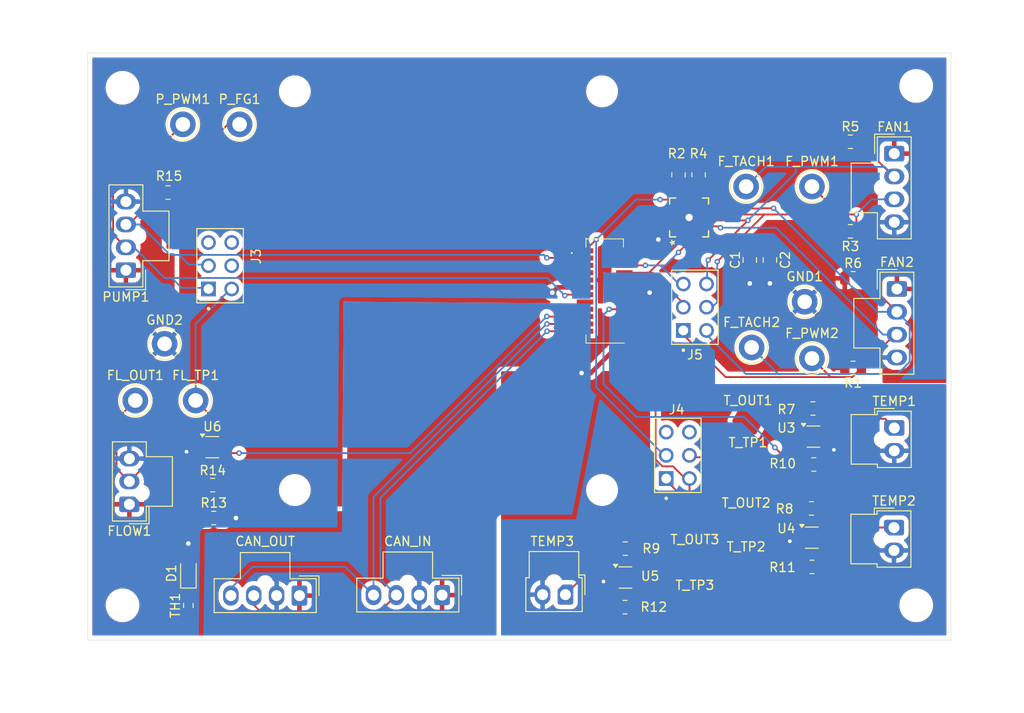
<source format=kicad_pcb>
(kicad_pcb (version 20241229) (generator "pcbnew") (generator_version "9.0")
  (layers (0 "F.Cu" signal) (2 "B.Cu" signal) (13 "F.Paste" user) (15 "B.Paste" user) (5 "F.SilkS" user "F.Silkscreen") (7 "B.SilkS" user "B.Silkscreen") (1 "F.Mask" user) (3 "B.Mask" user) (25 "Edge.Cuts" user))
  (net 0 "")
  (net 1 "+3.3V")
  (net 2 "GND")
  (net 3 "AGND")
  (net 4 "Net-(D1-K)")
  (net 5 "+24V")
  (net 6 "/CAN_L")
  (net 7 "/~{SMBALERT}")
  (net 8 "/FAN1_TACH")
  (net 9 "/CAN_H")
  (net 10 "/FAN2_TACH")
  (net 11 "/PUMP_PWM")
  (net 12 "/FAN1_PWM")
  (net 13 "/PUMP_FG")
  (net 14 "/FAN2_PWM")
  (net 15 "Net-(U2-CLK)")
  (net 16 "/FAN_SCL")
  (net 17 "Net-(TEMP1-Pin_1)")
  (net 18 "/FAN_SDA")
  (net 19 "GNDPWR")
  (net 20 "/FlowrateSensor/FLOW_OUT")
  (net 21 "Net-(TEMP2-Pin_1)")
  (net 22 "Net-(TEMP3-Pin_1)")
  (net 23 "Net-(U3--)")
  (net 24 "Net-(U4--)")
  (net 25 "/TEMP3")
  (net 26 "Net-(U5--)")
  (net 27 "Net-(U6--)")
  (net 28 "VDDA")
  (net 30 "/TEMP1")
  (net 31 "/TEMP2")
  (net 34 "/FLOW")
  (footprint "TestPoint:TestPoint_Keystone_5010-5014_Multipurpose" (layer "F.Cu") (at 108.4 91.8)
    (property "Reference" "GND2")
    (property "Value" "Scope_TP")
  )
  (footprint "Package_TO_SOT_SMD:SOT-353_SC-70-5" (layer "F.Cu") (at 179.3625 101.95)
    (property "Reference" "U3")
    (property "Value" "TLV6001DCK")
  )
  (footprint "Resistor_SMD:R_0805_2012Metric" (layer "F.Cu") (at 113.66411 107.25387 180)
    (property "Reference" "R14")
    (property "Value" "1.4k")
  )
  (footprint "TestPoint:TestPoint_Keystone_5010-5014_Multipurpose" (layer "F.Cu") (at 179.2 74.6)
    (property "Reference" "F_PWM1")
    (property "Value" "Scope_TP")
  )
  (footprint "Connector_Molex:Molex_Nano-Fit_105309-xx04_1x04_P2.50mm_Vertical" (layer "F.Cu") (at 104.17 83.75 180)
    (property "Reference" "PUMP1")
    (property "Value" "Conn_01x04")
  )
  (footprint "Resistor_SMD:R_0805_2012Metric" (layer "F.Cu") (at 183.4 69.7)
    (property "Reference" "R5")
    (property "Value" "1k")
  )
  (footprint "Resistor_SMD:R_0805_2012Metric" (layer "F.Cu") (at 158.75 120.6 180)
    (property "Reference" "R12")
    (property "Value" "0")
  )
  (footprint "Resistor_SMD:R_0603_1608Metric" (layer "F.Cu") (at 111 120.41774 90)
    (property "Reference" "TH1")
    (property "Value" "Thermistor_PTC")
  )
  (footprint "Diode_SMD:D_SOD-323F" (layer "F.Cu") (at 111 116.9 90)
    (property "Reference" "D1")
    (property "Value" "D_Zener")
  )
  (footprint "Connector_Molex:Molex_Nano-Fit_105309-xx02_1x02_P2.50mm_Vertical" (layer "F.Cu") (at 188.17 111.9)
    (property "Reference" "TEMP2")
    (property "Value" "Conn_01x02")
  )
  (footprint "UTSVT_Special:TestPoint_HEX_3mmID" (layer "F.Cu") (at 166.4 115.4 90)
    (property "Reference" "T_OUT3")
    (property "Value" "Pad_TP")
  )
  (footprint "UTSVT_Special:PeripheralSOM" (layer "F.Cu") (at 138.20613 82.8)
    (property "Reference" "U1" (hide yes))
    (property "Value" "PeripheralSOM" (hide yes))
  )
  (footprint "Resistor_SMD:R_0805_2012Metric" (layer "F.Cu") (at 179.14 109.8)
    (property "Reference" "R8")
    (property "Value" "1k")
  )
  (footprint "MountingHole:MountingHole_3.2mm_M3" (layer "F.Cu") (at 103.8 120.4)
    (property "Reference" "H3")
    (property "Value" "MountingHole")
  )
  (footprint "TestPoint:TestPoint_Keystone_5010-5014_Multipurpose" (layer "F.Cu") (at 105.2 98)
    (property "Reference" "FL_OUT1")
    (property "Value" "Scope_TP")
  )
  (footprint "Connector_Molex:Molex_Nano-Fit_105309-xx04_1x04_P2.50mm_Vertical" (layer "F.Cu") (at 123.15 119.34 -90)
    (property "Reference" "J1")
    (property "Value" "CAN_OUT")
  )
  (footprint "Resistor_SMD:R_0805_2012Metric" (layer "F.Cu") (at 164.6 73.3125 90)
    (property "Reference" "R2")
    (property "Value" "10k")
  )
  (footprint "Resistor_SMD:R_0805_2012Metric" (layer "F.Cu") (at 183.4 79.5 180)
    (property "Reference" "R3")
    (property "Value" "10k")
  )
  (footprint "UTSVT_Special:TestPoint_HEX_3mmID" (layer "F.Cu") (at 172.2 100.2 90)
    (property "Reference" "T_OUT1")
    (property "Value" "Pad_TP")
  )
  (footprint "Headers:SULLINS_PPTC032LFBN-RC" (layer "F.Cu") (at 114.47 83.26 -90)
    (property "Reference" "J3")
    (property "Value" "PPTC032LFBN-RC")
  )
  (footprint "Capacitor_SMD:C_0805_2012Metric" (layer "F.Cu") (at 174.6 82.631942 -90)
    (property "Reference" "C2")
    (property "Value" "1uF")
  )
  (footprint "Resistor_SMD:R_0805_2012Metric" (layer "F.Cu") (at 179.3125 98.875)
    (property "Reference" "R7")
    (property "Value" "1k")
  )
  (footprint "LOGO" (layer "F.Cu") (at 178.8 120.8)
    (property "Reference" "G***" (hide yes))
    (property "Value" "LOGO" (hide yes))
  )
  (footprint "Connector_Molex:Molex_Nano-Fit_105309-xx04_1x04_P2.50mm_Vertical" (layer "F.Cu") (at 138.75 119.28 -90)
    (property "Reference" "J2")
    (property "Value" "CAN_IN")
  )
  (footprint "Headers:SULLINS_PPTC032LFBN-RC" (layer "F.Cu") (at 164.53 104 -90)
    (property "Reference" "J4")
    (property "Value" "PPTC032LFBN-RC")
  )
  (footprint "Resistor_SMD:R_0805_2012Metric" (layer "F.Cu") (at 179.4 105 180)
    (property "Reference" "R10")
    (property "Value" "0")
  )
  (footprint "Connector_Molex:Molex_Nano-Fit_105309-xx04_1x04_P2.50mm_Vertical" (layer "F.Cu") (at 188.4875 85.8)
    (property "Reference" "FAN2")
    (property "Value" "Conn_01x04")
  )
  (footprint "Package_TO_SOT_SMD:SOT-353_SC-70-5" (layer "F.Cu") (at 179.1775 113)
    (property "Reference" "U4")
    (property "Value" "TLV6001DCK")
  )
  (footprint "Connector_Molex:Molex_Nano-Fit_105309-xx03_1x03_P2.50mm_Vertical" (layer "F.Cu") (at 104.54661 109.35387 180)
    (property "Reference" "FLOW1")
    (property "Value" "Conn_01x03")
  )
  (footprint "UTSVT_Special:TestPoint_HEX_3mmID" (layer "F.Cu") (at 172.2 104.8 90)
    (property "Reference" "T_TP1")
    (property "Value" "Pad_TP")
  )
  (footprint "FanControl:QFN16_4x4MC_MCH" (layer "F.Cu") (at 165.763539 77.979759 90)
    (property "Reference" "U2" (hide yes))
    (property "Value" "EMC2305-1-AP-TR" (hide yes))
  )
  (footprint "Capacitor_SMD:C_0805_2012Metric" (layer "F.Cu") (at 172.4 82.631942 -90)
    (property "Reference" "C1")
    (property "Value" "1uF")
  )
  (footprint "TestPoint:TestPoint_Keystone_5010-5014_Multipurpose" (layer "F.Cu") (at 116.6 67.8)
    (property "Reference" "P_FG1")
    (property "Value" "Scope_TP")
  )
  (footprint "Resistor_SMD:R_0805_2012Metric" (layer "F.Cu") (at 113.77661 110.85387)
    (property "Reference" "R13")
    (property "Value" "100")
  )
  (footprint "Resistor_SMD:R_0805_2012Metric" (layer "F.Cu") (at 158.788 114.2)
    (property "Reference" "R9")
    (property "Value" "1k")
  )
  (footprint "Connector_Molex:Molex_Nano-Fit_105309-xx04_1x04_P2.50mm_Vertical" (layer "F.Cu") (at 188.2 71)
    (property "Reference" "FAN1")
    (property "Value" "Conn_01x04")
  )
  (footprint "MountingHole:MountingHole_3.2mm_M3" (layer "F.Cu") (at 190.6 120.4)
    (property "Reference" "H4")
    (property "Value" "MountingHole")
  )
  (footprint "Resistor_SMD:R_0805_2012Metric" (layer "F.Cu") (at 166.8 73.3125 90)
    (property "Reference" "R4")
    (property "Value" "15k")
  )
  (footprint "MountingHole:MountingHole_3.2mm_M3" (layer "F.Cu") (at 190.6 63.6)
    (property "Reference" "H2")
    (property "Value" "MountingHole")
  )
  (footprint "TestPoint:TestPoint_Keystone_5010-5014_Multipurpose" (layer "F.Cu") (at 178.4 87.2)
    (property "Reference" "GND1")
    (property "Value" "Scope_TP")
  )
  (footprint "Resistor_SMD:R_0805_2012Metric" (layer "F.Cu") (at 183.69976 84.63726)
    (property "Reference" "R6")
    (property "Value" "1k")
  )
  (footprint "Connector_Molex:Molex_Nano-Fit_105309-xx02_1x02_P2.50mm_Vertical" (layer "F.Cu") (at 152.238 119.23 -90)
    (property "Reference" "TEMP3")
    (property "Value" "Conn_01x02")
  )
  (footprint "TestPoint:TestPoint_Keystone_5010-5014_Multipurpose" (layer "F.Cu") (at 172.6 92.2)
    (property "Reference" "F_TACH2")
    (property "Value" "Scope_TP")
  )
  (footprint "Resistor_SMD:R_0805_2012Metric" (layer "F.Cu") (at 108.77524 75.25774 180)
    (property "Reference" "R15")
    (property "Value" "1k")
  )
  (footprint "Connector_Molex:Molex_Nano-Fit_105309-xx02_1x02_P2.50mm_Vertical" (layer "F.Cu") (at 188.2 101)
    (property "Reference" "TEMP1")
    (property "Value" "Conn_01x02")
  )
  (footprint "Headers:SULLINS_PPTC032LFBN-RC" (layer "F.Cu") (at 166.4 87.8 -90)
    (property "Reference" "J5")
    (property "Value" "PPTC032LFBN-RC")
  )
  (footprint "TestPoint:TestPoint_Keystone_5010-5014_Multipurpose" (layer "F.Cu") (at 172 74.6)
    (property "Reference" "F_TACH1")
    (property "Value" "Scope_TP")
  )
  (footprint "UTSVT_Special:TestPoint_HEX_3mmID" (layer "F.Cu") (at 172 111.4 90)
    (property "Reference" "T_OUT2")
    (property "Value" "Pad_TP")
  )
  (footprint "Package_TO_SOT_SMD:SOT-353_SC-70-5" (layer "F.Cu") (at 113.62661 103.10387)
    (property "Reference" "U6")
    (property "Value" "TLV6001DCK")
  )
  (footprint "TestPoint:TestPoint_Keystone_5010-5014_Multipurpose" (layer "F.Cu") (at 111.8 98)
    (property "Reference" "FL_TP1")
    (property "Value" "Scope_TP")
  )
  (footprint "Resistor_SMD:R_0805_2012Metric" (layer "F.Cu") (at 179.2 116.2 180)
    (property "Reference" "R11")
    (property "Value" "0")
  )
  (footprint "TestPoint:TestPoint_Keystone_5010-5014_Multipurpose" (layer "F.Cu") (at 179.2 93.4)
    (property "Reference" "F_PWM2")
    (property "Value" "Scope_T1")
  )
  (footprint "MountingHole:MountingHole_3.2mm_M3" (layer "F.Cu") (at 103.8 63.8)
    (property "Reference" "H1")
    (property "Value" "MountingHole")
  )
  (footprint "UTSVT_Special:TestPoint_HEX_3mmID" (layer "F.Cu") (at 172 116.2 90)
    (property "Reference" "T_TP2")
    (property "Value" "Pad_TP")
  )
  (footprint "TestPoint:TestPoint_Keystone_5010-5014_Multipurpose" (layer "F.Cu") (at 110.4 67.8)
    (property "Reference" "P_PWM1")
    (property "Value" "Scope_TP")
  )
  (footprint "Resistor_SMD:R_0805_2012Metric" (layer "F.Cu") (at 183.69976 94.43726 180)
    (property "Reference" "R1")
    (property "Value" "10k")
  )
  (footprint "Package_TO_SOT_SMD:SOT-353_SC-70-5" (layer "F.Cu") (at 158.8 117.35787)
    (property "Reference" "U5")
    (property "Value" "TLV6001DCK")
  )
  (footprint "UTSVT_Special:TestPoint_HEX_3mmID" (layer "F.Cu") (at 166.6 120.4 90)
    (property "Reference" "T_TP3")
    (property "Value" "Pad_TP")
  )
  (gr_rect (start 100 60) (end 194.4 124.2) (stroke (width 0.05)) (fill no) (layer "Edge.Cuts"))
  (segment (start 152.425 84.825) (end 151.4 83.8) (width 0.5) (layer "F.Cu") (net 1))
  (segment (start 166.08854 81.28854) (end 166.4 81.6) (width 0.3) (layer "F.Cu") (net 1))
  (segment (start 158.775 81.625) (end 160.2 80.2) (width 0.5) (layer "F.Cu") (net 1))
  (segment (start 154.38113 84.825) (end 152.425 84.825) (width 0.5) (layer "F.Cu") (net 1))
  (segment (start 158.68113 81.625) (end 158.775 81.625) (width 0.5) (layer "F.Cu") (net 1))
  (segment (start 166.08854 79.92896) (end 166.08854 81.28854) (width 0.3) (layer "F.Cu") (net 1))
  (segment (start 111 115.8) (end 111 113.84274) (width 0.5) (layer "F.Cu") (net 2))
  (segment (start 172.4 83.581942) (end 172.4 85) (width 0.5) (layer "F.Cu") (net 2))
  (segment (start 112.67661 103.10387) (end 111.29613 103.10387) (width 0.4) (layer "F.Cu") (net 2))
  (segment (start 174.6 83.581942) (end 174.6 85) (width 0.5) (layer "F.Cu") (net 2))
  (segment (start 160.375 82.425) (end 162.4 80.4) (width 0.4) (layer "F.Cu") (net 2))
  (segment (start 151.375003 85.625) (end 150.79613 86.203873) (width 0.5) (layer "F.Cu") (net 2))
  (segment (start 111.29613 103.10387) (end 110.8 103.6) (width 0.4) (layer "F.Cu") (net 2))
  (segment (start 116.2 110.85387) (end 116.25387 110.85387) (width 0.2) (layer "F.Cu") (net 2))
  (segment (start 158.68113 82.425) (end 160.375 82.425) (width 0.4) (layer "F.Cu") (net 2))
  (segment (start 154.28113 85.625) (end 151.375003 85.625) (width 0.5) (layer "F.Cu") (net 2))
  (segment (start 114.68911 110.85387) (end 116.2 110.85387) (width 0.5) (layer "F.Cu") (net 2))
  (via (at 165.763539 77.979759) (size 1.2) (drill 0.8) (layers "F.Cu" "B.Cu") (net 2))
  (via (at 174.6 85.2) (size 0.9) (drill 0.5) (layers "F.Cu" "B.Cu") (net 2))
  (via (at 172.4 85.2) (size 0.9) (drill 0.5) (layers "F.Cu" "B.Cu") (net 2))
  (via (at 150.79613 86.203873) (size 0.9) (drill 0.5) (layers "F.Cu" "B.Cu") (net 2))
  (via (at 110.8 103.6) (size 0.7) (drill 0.4) (layers "F.Cu" "B.Cu") (net 2))
  (via (at 111 113.64274) (size 0.9) (drill 0.5) (layers "F.Cu" "B.Cu") (net 2))
  (via (at 116.2 110.85387) (size 0.8) (drill 0.5) (layers "F.Cu" "B.Cu") (net 2))
  (via (at 162.4 80.4) (size 0.9) (drill 0.5) (layers "F.Cu" "B.Cu") (net 2))
  (segment (start 181.6 103.4) (end 181.6 102.4) (width 0.3) (layer "F.Cu") (net 3))
  (segment (start 161.45 86.2) (end 160.4 86.2) (width 0.5) (layer "F.Cu") (net 3))
  (segment (start 157.85 117.35787) (end 156.84213 117.35787) (width 0.4) (layer "F.Cu") (net 3))
  (segment (start 159.825 85.625) (end 158.68113 85.625) (width 0.5) (layer "F.Cu") (net 3))
  (segment (start 177.17263 113) (end 176.7805 113.39213) (width 0.4) (layer "F.Cu") (net 3))
  (segment (start 181.15 101.95) (end 178.4125 101.95) (width 0.3) (layer "F.Cu") (net 3))
  (segment (start 181.6 102.4) (end 181.15 101.95) (width 0.3) (layer "F.Cu") (net 3))
  (segment (start 178.2275 113) (end 177.17263 113) (width 0.4) (layer "F.Cu") (net 3))
  (segment (start 156.84213 117.35787) (end 156.4 117.8) (width 0.4) (layer "F.Cu") (net 3))
  (segment (start 160.4 86.2) (end 159.825 85.625) (width 0.5) (layer "F.Cu") (net 3))
  (via (at 176.7805 113.39213) (size 0.7) (drill 0.4) (layers "F.Cu" "B.Cu") (net 3))
  (via (at 181.6 103.4) (size 0.7) (drill 0.4) (layers "F.Cu" "B.Cu") (net 3))
  (via (at 156.4 117.8) (size 0.7) (drill 0.4) (layers "F.Cu" "B.Cu") (net 3))
  (via (at 161.45 86.2) (size 0.9) (drill 0.5) (layers "F.Cu" "B.Cu") (net 3))
  (segment (start 111 119.59274) (end 111 118) (width 0.5) (layer "F.Cu") (net 4))
  (segment (start 157.575 89.625) (end 155.2 92) (width 0.5) (layer "F.Cu") (net 5))
  (segment (start 158.68113 89.625) (end 157.575 89.625) (width 0.5) (layer "F.Cu") (net 5))
  (segment (start 154.38113 89.625) (end 153.575 89.625) (width 0.2) (layer "F.Cu") (net 6))
  (segment (start 154.38113 89.625) (end 150.225 89.625) (width 0.2) (layer "F.Cu") (net 6))
  (via (at 150.225 89.625) (size 0.6) (drill 0.3) (layers "F.Cu" "B.Cu") (net 6))
  (segment (start 131.25 119.28) (end 131.25 108.550057) (width 0.2) (layer "B.Cu") (net 6))
  (segment (start 115.65 118.55) (end 118 116.2) (width 0.2) (layer "B.Cu") (net 6))
  (segment (start 131.25 108.550057) (end 150.175057 89.625) (width 0.2) (layer "B.Cu") (net 6))
  (segment (start 150.175057 89.625) (end 150.225 89.625) (width 0.2) (layer "B.Cu") (net 6))
  (segment (start 118 116.2) (end 128.17 116.2) (width 0.2) (layer "B.Cu") (net 6))
  (segment (start 115.65 119.34) (end 115.65 118.55) (width 0.2) (layer "B.Cu") (net 6))
  (segment (start 128.17 116.2) (end 131.25 119.28) (width 0.2) (layer "B.Cu") (net 6))
  (segment (start 164.78854 76.030558) (end 162.6 76.030558) (width 0.2) (layer "F.Cu") (net 7))
  (segment (start 155.803065 80.203065) (end 154.38113 81.625) (width 0.2) (layer "F.Cu") (net 7))
  (segment (start 164.78854 76.030558) (end 164.78854 74.41354) (width 0.2) (layer "F.Cu") (net 7))
  (segment (start 155.603065 80.403065) (end 155.803065 80.203065) (width 0.2) (layer "F.Cu") (net 7))
  (segment (start 164.78854 74.41354) (end 164.6 74.225) (width 0.2) (layer "F.Cu") (net 7))
  (via (at 162.6 76.030558) (size 0.6) (drill 0.3) (layers "F.Cu" "B.Cu") (net 7))
  (via (at 155.603065 80.403065) (size 0.6) (drill 0.3) (layers "F.Cu" "B.Cu") (net 7))
  (segment (start 155.6 80.40613) (end 155.603065 80.403065) (width 0.2) (layer "B.Cu") (net 7))
  (segment (start 162.6 76.030558) (end 159.975572 76.030558) (width 0.2) (layer "B.Cu") (net 7))
  (segment (start 163.26 104.2066) (end 155.6 96.5466) (width 0.2) (layer "B.Cu") (net 7))
  (segment (start 156.103065 79.903065) (end 155.803065 80.203065) (width 0.2) (layer "B.Cu") (net 7))
  (segment (start 159.975572 76.030558) (end 156.103065 79.903065) (width 0.2) (layer "B.Cu") (net 7))
  (segment (start 155.6 96.5466) (end 155.6 80.40613) (width 0.2) (layer "B.Cu") (net 7))
  (segment (start 172.2 78.30476) (end 167.71274 78.30476) (width 0.2) (layer "F.Cu") (net 8))
  (segment (start 184.3125 69.7) (end 188.1125 73.5) (width 0.2) (layer "F.Cu") (net 8))
  (segment (start 167.74 82.76476) (end 167.85238 82.65238) (width 0.2) (layer "F.Cu") (net 8))
  (segment (start 167.85238 82.65238) (end 172.2 78.30476) (width 0.2) (layer "F.Cu") (net 8))
  (segment (start 188.1125 73.5) (end 188.2 73.5) (width 0.2) (layer "F.Cu") (net 8))
  (via (at 167.85238 82.65238) (size 0.6) (drill 0.3) (layers "F.Cu" "B.Cu") (net 8))
  (via (at 172.2 78.30476) (size 0.6) (drill 0.3) (layers "F.Cu" "B.Cu") (net 8))
  (segment (start 172.2 78.30476) (end 177.448461 73.056299) (width 0.2) (layer "B.Cu") (net 8))
  (segment (start 174.15 72.45) (end 177.448461 72.45) (width 0.2) (layer "B.Cu") (net 8))
  (segment (start 167.74 82.76476) (end 167.74 85.8) (width 0.2) (layer "B.Cu") (net 8))
  (segment (start 177.448461 72.45) (end 187.15 72.45) (width 0.2) (layer "B.Cu") (net 8))
  (segment (start 172 74.6) (end 174.15 72.45) (width 0.2) (layer "B.Cu") (net 8))
  (segment (start 177.448461 73.056299) (end 177.448461 72.45) (width 0.2) (layer "B.Cu") (net 8))
  (segment (start 167.85238 82.65238) (end 167.74 82.76476) (width 0.2) (layer "B.Cu") (net 8))
  (segment (start 187.15 72.45) (end 188.2 73.5) (width 0.2) (layer "B.Cu") (net 8))
  (segment (start 130.43 122.6) (end 133.75 119.28) (width 0.2) (layer "F.Cu") (net 9))
  (segment (start 120.4 122.6) (end 130.43 122.6) (width 0.2) (layer "F.Cu") (net 9))
  (segment (start 118.15 119.34) (end 118.15 120.35) (width 0.2) (layer "F.Cu") (net 9))
  (segment (start 118.15 120.35) (end 120.4 122.6) (width 0.2) (layer "F.Cu") (net 9))
  (segment (start 154.38113 90.425) (end 150.225 90.425) (width 0.2) (layer "F.Cu") (net 9))
  (via (at 150.225 90.425) (size 0.6) (drill 0.3) (layers "F.Cu" "B.Cu") (net 9))
  (segment (start 132 117.53) (end 132 108.65) (width 0.2) (layer "B.Cu") (net 9))
  (segment (start 133.75 119.28) (end 132 117.53) (width 0.2) (layer "B.Cu") (net 9))
  (segment (start 132 108.65) (end 150.225 90.425) (width 0.2) (layer "B.Cu") (net 9))
  (segment (start 184.61226 84.63726) (end 184.82476 84.63726) (width 0.2) (layer "F.Cu") (net 10))
  (segment (start 173.743644 77.00476) (end 167.71274 77.00476) (width 0.2) (layer "F.Cu") (net 10))
  (segment (start 173.774202 76.974202) (end 173.743644 77.00476) (width 0.2) (layer "F.Cu") (net 10))
  (segment (start 175 76.974202) (end 173.774202 76.974202) (width 0.2) (layer "F.Cu") (net 10))
  (segment (start 184.82476 84.63726) (end 188.4875 88.3) (width 0.2) (layer "F.Cu") (net 10))
  (via (at 175 76.974202) (size 0.6) (drill 0.3) (layers "F.Cu" "B.Cu") (net 10))
  (segment (start 175.501 95.101) (end 188.56426 95.101) (width 0.2) (layer "B.Cu") (net 10))
  (segment (start 186.325798 88.3) (end 188.4875 88.3) (width 0.2) (layer "B.Cu") (net 10))
  (segment (start 167.74 90.88) (end 171.96 95.1) (width 0.2) (layer "B.Cu") (net 10))
  (segment (start 172.6 92.2) (end 175.5 95.1) (width 0.2) (layer "B.Cu") (net 10))
  (segment (start 175 76.974202) (end 186.325798 88.3) (width 0.2) (layer "B.Cu") (net 10))
  (segment (start 171.96 95.1) (end 175.5 95.1) (width 0.2) (layer "B.Cu") (net 10))
  (segment (start 189.8885 93.77676) (end 189.8885 89.701) (width 0.2) (layer "B.Cu") (net 10))
  (segment (start 188.56426 95.101) (end 189.8885 93.77676) (width 0.2) (layer "B.Cu") (net 10))
  (segment (start 189.8885 89.701) (end 188.4875 88.3) (width 0.2) (layer "B.Cu") (net 10))
  (segment (start 175.5 95.1) (end 175.501 95.101) (width 0.2) (layer "B.Cu") (net 10))
  (segment (start 102.769 75.431) (end 110.4 67.8) (width 0.2) (layer "F.Cu") (net 11))
  (segment (start 152.162925 86.425) (end 154.38113 86.425) (width 0.2) (layer "F.Cu") (net 11))
  (segment (start 104.17 81.25) (end 102.769 79.849) (width 0.2) (layer "F.Cu") (net 11))
  (segment (start 102.769 79.849) (end 102.769 75.431) (width 0.2) (layer "F.Cu") (net 11))
  (via (at 152.176179 86.52326) (size 0.6) (drill 0.3) (layers "F.Cu" "B.Cu") (net 11))
  (segment (start 110.263 85.68) (end 109.2 84.617) (width 0.2) (layer "B.Cu") (net 11))
  (segment (start 113.2 85.68) (end 110.263 85.68) (width 0.2) (layer "B.Cu") (net 11))
  (segment (start 152.176179 86.52326) (end 150.252919 84.6) (width 0.2) (layer "B.Cu") (net 11))
  (segment (start 105.05 81.25) (end 104.17 81.25) (width 0.2) (layer "B.Cu") (net 11))
  (segment (start 150.252919 84.6) (end 108.4 84.6) (width 0.2) (layer "B.Cu") (net 11))
  (segment (start 108.4 84.6) (end 105.05 81.25) (width 0.2) (layer "B.Cu") (net 11))
  (segment (start 184.054758 79.242258) (end 184.3125 79.5) (width 0.2) (layer "F.Cu") (net 12))
  (segment (start 184.3125 79.5) (end 184.7 79.5) (width 0.2) (layer "F.Cu") (net 12))
  (segment (start 174 77.654758) (end 182.467258 77.654758) (width 0.2) (layer "F.Cu") (net 12))
  (segment (start 184.054758 77.654758) (end 184.054758 79.242258) (width 0.2) (layer "F.Cu") (net 12))
  (segment (start 167.71274 77.654758) (end 174 77.654758) (width 0.2) (layer "F.Cu") (net 12))
  (segment (start 182.467258 77.654758) (end 184.054758 77.654758) (width 0.2) (layer "F.Cu") (net 12))
  (segment (start 179.2 74.6) (end 182.254758 77.654758) (width 0.2) (layer "F.Cu") (net 12))
  (segment (start 182.254758 77.654758) (end 182.467258 77.654758) (width 0.2) (layer "F.Cu") (net 12))
  (segment (start 168.8435 82.811258) (end 174 77.654758) (width 0.2) (layer "F.Cu") (net 12))
  (via (at 168.8435 82.811258) (size 0.6) (drill 0.3) (layers "F.Cu" "B.Cu") (net 12))
  (via (at 184.054758 77.654758) (size 0.6) (drill 0.3) (layers "F.Cu" "B.Cu") (net 12))
  (segment (start 168.8435 82.811258) (end 168.8435 87.2365) (width 0.2) (layer "B.Cu") (net 12))
  (segment (start 185.709516 76) (end 184.054758 77.654758) (width 0.2) (layer "B.Cu") (net 12))
  (segment (start 188.2 76) (end 185.709516 76) (width 0.2) (layer "B.Cu") (net 12))
  (segment (start 168.8435 87.2365) (end 167.74 88.34) (width 0.2) (layer "B.Cu") (net 12))
  (segment (start 106.70387 76.50387) (end 104.35411 78.85363) (width 0.2) (layer "F.Cu") (net 13))
  (segment (start 115.32048 67.8) (end 107.86274 75.25774) (width 0.2) (layer "F.Cu") (net 13))
  (segment (start 116.6 67.8) (end 115.32048 67.8) (width 0.2) (layer "F.Cu") (net 13))
  (segment (start 154.55613 82.4) (end 150.2 82.4) (width 0.2) (layer "F.Cu") (net 13))
  (segment (start 104.35411 78.85363) (end 104.15363 78.85363) (width 0.2) (layer "F.Cu") (net 13))
  (segment (start 107.84637 75.36137) (end 106.70387 76.50387) (width 0.2) (layer "F.Cu") (net 13))
  (via (at 150.2 82.4) (size 0.6) (drill 0.3) (layers "F.Cu" "B.Cu") (net 13))
  (segment (start 110 82.077) (end 111.063 83.14) (width 0.2) (layer "B.Cu") (net 13))
  (segment (start 109.002628 82.077) (end 105.675628 78.75) (width 0.2) (layer "B.Cu") (net 13))
  (segment (start 110 82.077) (end 109.002628 82.077) (width 0.2) (layer "B.Cu") (net 13))
  (segment (start 150.2 82.4) (end 149.877 82.077) (width 0.2) (layer "B.Cu") (net 13))
  (segment (start 105.675628 78.75) (end 104.17 78.75) (width 0.2) (layer "B.Cu") (net 13))
  (segment (start 149.877 82.077) (end 110 82.077) (width 0.2) (layer "B.Cu") (net 13))
  (segment (start 111.063 83.14) (end 113.2 83.14) (width 0.2) (layer "B.Cu") (net 13))
  (segment (start 181.8 95.43826) (end 169.75826 95.43826) (width 0.2) (layer "F.Cu") (net 14))
  (segment (start 169.049995 78.954758) (end 169.2 79.104763) (width 0.2) (layer "F.Cu") (net 14))
  (segment (start 181.23826 95.43826) (end 181.8 95.43826) (width 0.2) (layer "F.Cu") (net 14))
  (segment (start 184.61226 94.43726) (end 188.24952 90.8) (width 0.2) (layer "F.Cu") (net 14))
  (segment (start 179.2 93.4) (end 181.23826 95.43826) (width 0.2) (layer "F.Cu") (net 14))
  (segment (start 169.75826 95.43826) (end 165.2 90.88) (width 0.2) (layer "F.Cu") (net 14))
  (segment (start 167.71274 78.954758) (end 169.049995 78.954758) (width 0.2) (layer "F.Cu") (net 14))
  (segment (start 188.24952 90.8) (end 188.4875 90.8) (width 0.2) (layer "F.Cu") (net 14))
  (segment (start 181.8 95.43826) (end 183.61126 95.43826) (width 0.2) (layer "F.Cu") (net 14))
  (segment (start 183.61126 95.43826) (end 184.61226 94.43726) (width 0.2) (layer "F.Cu") (net 14))
  (via (at 169.2 79.104763) (size 0.6) (drill 0.3) (layers "F.Cu" "B.Cu") (net 14))
  (segment (start 169.2 79.104763) (end 175.286635 79.104763) (width 0.2) (layer "B.Cu") (net 14))
  (segment (start 175.286635 79.104763) (end 186.981872 90.8) (width 0.2) (layer "B.Cu") (net 14))
  (segment (start 186.981872 90.8) (end 188.4875 90.8) (width 0.2) (layer "B.Cu") (net 14))
  (segment (start 165.438538 76.030558) (end 165.438538 75.586462) (width 0.2) (layer "F.Cu") (net 15))
  (segment (start 165.438538 75.586462) (end 166.8 74.225) (width 0.2) (layer "F.Cu") (net 15))
  (segment (start 164.78854 80.61146) (end 164.78854 79.92896) (width 0.2) (layer "F.Cu") (net 16))
  (segment (start 161.779232 84.025) (end 165.2 87.445768) (width 0.2) (layer "F.Cu") (net 16))
  (segment (start 158.68113 84.025) (end 161.2 84.025) (width 0.2) (layer "F.Cu") (net 16))
  (segment (start 161.2 84.025) (end 161.779232 84.025) (width 0.2) (layer "F.Cu") (net 16))
  (segment (start 161.375 84.025) (end 164.78854 80.61146) (width 0.2) (layer "F.Cu") (net 16))
  (segment (start 161.2 84.025) (end 161.375 84.025) (width 0.2) (layer "F.Cu") (net 16))
  (segment (start 165.2 87.445768) (end 165.2 88.34) (width 0.2) (layer "F.Cu") (net 16))
  (segment (start 172.2 100.2) (end 177.3125 100.2) (width 0.2) (layer "F.Cu") (net 17))
  (segment (start 180.225 98.875) (end 180.676 98.875) (width 0.2) (layer "F.Cu") (net 17))
  (segment (start 179.7125 100) (end 187.2 100) (width 0.2) (layer "F.Cu") (net 17))
  (segment (start 180.225 99.4875) (end 179.7125 100) (width 0.2) (layer "F.Cu") (net 17))
  (segment (start 180.225 98.875) (end 180.225 99.4875) (width 0.2) (layer "F.Cu") (net 17))
  (segment (start 178.4125 101.3) (end 179.7125 100) (width 0.2) (layer "F.Cu") (net 17))
  (segment (start 187.2 100) (end 188.2 101) (width 0.2) (layer "F.Cu") (net 17))
  (segment (start 177.3125 100.2) (end 178.4125 101.3) (width 0.2) (layer "F.Cu") (net 17))
  (segment (start 158.68113 83.225) (end 160.975 83.225) (width 0.2) (layer "F.Cu") (net 18))
  (segment (start 165.438538 79.92896) (end 165.438538 80.961462) (width 0.2) (layer "F.Cu") (net 18))
  (segment (start 165.438538 80.961462) (end 164.6 81.8) (width 0.2) (layer "F.Cu") (net 18))
  (via (at 164.6 81.8) (size 0.6) (drill 0.3) (layers "F.Cu" "B.Cu") (net 18))
  (via (at 160.975 83.225) (size 0.6) (drill 0.3) (layers "F.Cu" "B.Cu") (net 18))
  (segment (start 163.175 83.225) (end 162 83.225) (width 0.2) (layer "B.Cu") (net 18))
  (segment (start 165.2 85.8) (end 162.625 83.225) (width 0.2) (layer "B.Cu") (net 18))
  (segment (start 162 83.225) (end 160.975 83.225) (width 0.2) (layer "B.Cu") (net 18))
  (segment (start 162.625 83.225) (end 162 83.225) (width 0.2) (layer "B.Cu") (net 18))
  (segment (start 164.6 81.8) (end 163.175 83.225) (width 0.2) (layer "B.Cu") (net 18))
  (segment (start 154.000367 95) (end 155 95) (width 0.5) (layer "F.Cu") (net 19))
  (segment (start 155 95) (end 158.68113 91.31887) (width 0.5) (layer "F.Cu") (net 19))
  (segment (start 158.68113 91.31887) (end 158.68113 90.425) (width 0.5) (layer "F.Cu") (net 19))
  (segment (start 154 95.000367) (end 154.000367 95) (width 0.5) (layer "F.Cu") (net 19))
  (via (at 154 95.000367) (size 0.9) (drill 0.5) (layers "F.Cu" "B.Cu") (net 19))
  (segment (start 104.54661 106.85387) (end 108.94661 102.45387) (width 0.2) (layer "F.Cu") (net 20))
  (segment (start 105.2 98) (end 103.14561 100.05439) (width 0.2) (layer "F.Cu") (net 20))
  (segment (start 103.14561 105.45287) (end 104.54661 106.85387) (width 0.2) (layer "F.Cu") (net 20))
  (segment (start 103.14561 100.05439) (end 103.14561 105.45287) (width 0.2) (layer "F.Cu") (net 20))
  (segment (start 108.94661 102.45387) (end 112.67661 102.45387) (width 0.2) (layer "F.Cu") (net 20))
  (segment (start 172 111.4) (end 177.2775 111.4) (width 0.2) (layer "F.Cu") (net 21))
  (segment (start 178.2275 112.35) (end 178.552499 112.35) (width 0.2) (layer "F.Cu") (net 21))
  (segment (start 182.549 113.149) (end 183.798 111.9) (width 0.2) (layer "F.Cu") (net 21))
  (segment (start 188.17 111.9) (end 182.94 111.9) (width 0.2) (layer "F.Cu") (net 21))
  (segment (start 177.2775 111.4) (end 178.2275 112.35) (width 0.2) (layer "F.Cu") (net 21))
  (segment (start 178.552499 112.35) (end 179.351499 113.149) (width 0.2) (layer "F.Cu") (net 21))
  (segment (start 183.798 111.9) (end 188.17 111.9) (width 0.2) (layer "F.Cu") (net 21))
  (segment (start 180.0525 109.8) (end 180.5 109.8) (width 0.2) (layer "F.Cu") (net 21))
  (segment (start 182.94 111.9) (end 182.6 111.9) (width 0.2) (layer "F.Cu") (net 21))
  (segment (start 180.5 109.8) (end 182.6 111.9) (width 0.2) (layer "F.Cu") (net 21))
  (segment (start 180.0525 109.8) (end 180.0525 110.0625) (width 0.2) (layer "F.Cu") (net 21))
  (segment (start 179.351499 113.149) (end 182.549 113.149) (width 0.2) (layer "F.Cu") (net 21))
  (segment (start 159.7005 114.85737) (end 159.7005 114.2) (width 0.2) (layer "F.Cu") (net 22))
  (segment (start 152.888 118.24487) (end 152.888 120) (width 0.2) (layer "F.Cu") (net 22))
  (segment (start 157.85 116.70787) (end 158.978935 115.578935) (width 0.2) (layer "F.Cu") (net 22))
  (segment (start 166.4 115.4) (end 159.15787 115.4) (width 0.2) (layer "F.Cu") (net 22))
  (segment (start 159.15787 115.4) (end 158.978935 115.578935) (width 0.2) (layer "F.Cu") (net 22))
  (segment (start 152.238 119.23) (end 154.76013 116.70787) (width 0.2) (layer "F.Cu") (net 22))
  (segment (start 158.978935 115.578935) (end 159.7005 114.85737) (width 0.2) (layer "F.Cu") (net 22))
  (segment (start 154.76013 116.70787) (end 157.85 116.70787) (width 0.2) (layer "F.Cu") (net 22))
  (segment (start 178.4125 102.6) (end 178.4125 104.925) (width 0.2) (layer "F.Cu") (net 23))
  (segment (start 178.4125 104.925) (end 178.4875 105) (width 0.2) (layer "F.Cu") (net 23))
  (segment (start 178.4875 102.675) (end 178.4125 102.6) (width 0.2) (layer "F.Cu") (net 23))
  (segment (start 178.2 116.1125) (end 178.2875 116.2) (width 0.2) (layer "F.Cu") (net 24))
  (segment (start 178.2275 113.65) (end 178.2275 116.14) (width 0.2) (layer "F.Cu") (net 24))
  (segment (start 178.2275 116.14) (end 178.2875 116.2) (width 0.2) (layer "F.Cu") (net 24))
  (segment (start 166.590663 118.00787) (end 159.75 118.00787) (width 0.2) (layer "F.Cu") (net 25))
  (segment (start 165.2 122.6) (end 166.6 121.2) (width 0.2) (layer "F.Cu") (net 25))
  (segment (start 159.75 118.00787) (end 159.75 119.2) (width 0.2) (layer "F.Cu") (net 25))
  (segment (start 160.8 122.6) (end 165.2 122.6) (width 0.2) (layer "F.Cu") (net 25))
  (segment (start 163.26 106.7466) (end 168.437881 111.924481) (width 0.2) (layer "F.Cu") (net 25))
  (segment (start 168.437881 111.924481) (end 168.437881 116.160652) (width 0.2) (layer "F.Cu") (net 25))
  (segment (start 159.6625 121.4625) (end 160.8 122.6) (width 0.2) (layer "F.Cu") (net 25))
  (segment (start 159.75 120.5125) (end 159.6625 120.6) (width 0.2) (layer "F.Cu") (net 25))
  (segment (start 159.6625 120.6) (end 159.6625 121.4625) (width 0.2) (layer "F.Cu") (net 25))
  (segment (start 168.437881 116.160652) (end 166.590663 118.00787) (width 0.2) (layer "F.Cu") (net 25))
  (segment (start 166.6 121.2) (end 166.6 120.4) (width 0.2) (layer "F.Cu") (net 25))
  (segment (start 159.75 119.2) (end 159.75 120.5125) (width 0.2) (layer "F.Cu") (net 25))
  (segment (start 157.8375 120.6) (end 157.8375 120.4375) (width 0.2) (layer "F.Cu") (net 26))
  (segment (start 157.85 120.425) (end 157.85 118.00787) (width 0.2) (layer "F.Cu") (net 26))
  (segment (start 157.85 120.5875) (end 157.8375 120.6) (width 0.2) (layer "F.Cu") (net 26))
  (segment (start 157.8375 120.4375) (end 157.85 120.425) (width 0.2) (layer "F.Cu") (net 26))
  (segment (start 112.75161 107.25387) (end 112.75161 110.74137) (width 0.2) (layer "F.Cu") (net 27))
  (segment (start 112.75161 110.74137) (end 112.86411 110.85387) (width 0.2) (layer "F.Cu") (net 27))
  (segment (start 112.67661 103.75387) (end 112.67661 107.17887) (width 0.2) (layer "F.Cu") (net 27))
  (segment (start 112.67661 107.17887) (end 112.75161 107.25387) (width 0.2) (layer "F.Cu") (net 27))
  (segment (start 158.8 117.65787) (end 158.8 122.4) (width 0.3) (layer "F.Cu") (net 28))
  (segment (start 180.3125 101.3) (end 182.7 101.3) (width 0.3) (layer "F.Cu") (net 28))
  (segment (start 159.75 116.70787) (end 158.8 117.65787) (width 0.3) (layer "F.Cu") (net 28))
  (segment (start 161.8 84.825) (end 162.375 85.4) (width 0.5) (layer "F.Cu") (net 28))
  (segment (start 158.68113 84.825) (end 161.8 84.825) (width 0.5) (layer "F.Cu") (net 28))
  (segment (start 173.401 106.001) (end 177.2 106.001) (width 0.2) (layer "F.Cu") (net 30))
  (segment (start 174.8066 104.2066) (end 176.601 106.001) (width 0.2) (layer "F.Cu") (net 30))
  (segment (start 179.3115 106.001) (end 180.3125 105) (width 0.2) (layer "F.Cu") (net 30))
  (segment (start 176.601 106.001) (end 177.2 106.001) (width 0.2) (layer "F.Cu") (net 30))
  (segment (start 172.2 104.8) (end 173.401 106.001) (width 0.2) (layer "F.Cu") (net 30))
  (segment (start 165.8 104.2066) (end 174.8066 104.2066) (width 0.2) (layer "F.Cu") (net 30))
  (segment (start 177.2 106.001) (end 177.4 106.001) (width 0.2) (layer "F.Cu") (net 30))
  (segment (start 177.4 106.001) (end 179.3115 106.001) (width 0.2) (layer "F.Cu") (net 30))
  (segment (start 177.4 105.4) (end 177.4 106.001) (width 0.2) (layer "F.Cu") (net 30))
  (segment (start 175.1436 103.1436) (end 177.4 105.4) (width 0.2) (layer "F.Cu") (net 30))
  (segment (start 158.68113 88.025) (end 157.025 88.025) (width 0.2) (layer "F.Cu") (net 30))
  (segment (start 180.3125 102.6) (end 180.3125 105) (width 0.2) (layer "F.Cu") (net 30))
  (via (at 175.1436 103.1436) (size 0.6) (drill 0.3) (layers "F.Cu" "B.Cu") (net 30))
  (via (at 157.025 88.025) (size 0.6) (drill 0.3) (layers "F.Cu" "B.Cu") (net 30))
  (segment (start 157.025 88.025) (end 156.402 88.648) (width 0.2) (layer "B.Cu") (net 30))
  (segment (start 159.9876 99.8) (end 171.8 99.8) (width 0.2) (layer "B.Cu") (net 30))
  (segment (start 156.402 96.2144) (end 159.9876 99.8) (width 0.2) (layer "B.Cu") (net 30))
  (segment (start 171.8 99.8) (end 175.1436 103.1436) (width 0.2) (layer "B.Cu") (net 30))
  (segment (start 156.402 88.648) (end 156.402 96.2144) (width 0.2) (layer "B.Cu") (net 30))
  (segment (start 165.8 106.7466) (end 165.8 107.8) (width 0.2) (layer "F.Cu") (net 31))
  (segment (start 164 105.2) (end 165.8 107) (width 0.2) (layer "F.Cu") (net 31))
  (segment (start 174.4 117.301735) (end 174.6 117.301735) (width 0.2) (layer "F.Cu") (net 31))
  (segment (start 162.0965 104.457085) (end 162.839415 105.2) (width 0.2) (layer "F.Cu") (net 31))
  (segment (start 180.1275 116.185) (end 180.1125 116.2) (width 0.2) (layer "F.Cu") (net 31))
  (segment (start 165.8 107) (end 165.8 107.8) (width 0.2) (layer "F.Cu") (net 31))
  (segment (start 175.10296 117.301735) (end 177.2 117.301735) (width 0.2) (layer "F.Cu") (net 31))
  (segment (start 165.900613 108.099387) (end 175.10296 117.301735) (width 0.2) (layer "F.Cu") (net 31))
  (segment (start 165.8 107.8) (end 165.8 107.998775) (width 0.2) (layer "F.Cu") (net 31))
  (segment (start 165.8 107.998775) (end 165.900613 108.099387) (width 0.2) (layer "F.Cu") (net 31))
  (segment (start 179.010765 117.301735) (end 180.1125 116.2) (width 0.2) (layer "F.Cu") (net 31))
  (segment (start 177.8 117.301735) (end 179.010765 117.301735) (width 0.2) (layer "F.Cu") (net 31))
  (segment (start 177.2 117.301735) (end 177.8 117.301735) (width 0.2) (layer "F.Cu") (net 31))
  (segment (start 174.6 117.301735) (end 177.2 117.301735) (width 0.2) (layer "F.Cu") (net 31))
  (segment (start 159.625 88.825) (end 162.0965 91.2965) (width 0.2) (layer "F.Cu") (net 31))
  (segment (start 180.1275 113.65) (end 180.1275 116.185) (width 0.2) (layer "F.Cu") (net 31))
  (segment (start 162.0965 91.2965) (end 162.0965 104.457085) (width 0.2) (layer "F.Cu") (net 31))
  (segment (start 162.839415 105.2) (end 164 105.2) (width 0.2) (layer "F.Cu") (net 31))
  (segment (start 158.68113 88.825) (end 159.625 88.825) (width 0.2) (layer "F.Cu") (net 31))
  (segment (start 180.14 113.6625) (end 180.1275 113.65) (width 0.2) (layer "F.Cu") (net 31))
  (segment (start 172 116.2) (end 173.101735 117.301735) (width 0.2) (layer "F.Cu") (net 31))
  (segment (start 173.101735 117.301735) (end 174.4 117.301735) (width 0.2) (layer "F.Cu") (net 31))
  (segment (start 111.8 98) (end 113.30261 99.50261) (width 0.2) (layer "F.Cu") (net 34))
  (segment (start 113.30261 102.47987) (end 114.57661 103.75387) (width 0.2) (layer "F.Cu") (net 34))
  (segment (start 154.38113 88.825) (end 150.225 88.825) (width 0.2) (layer "F.Cu") (net 34))
  (segment (start 113.30261 99.50261) (end 113.30261 102.47987) (width 0.2) (layer "F.Cu") (net 34))
  (segment (start 150.225 88.825) (end 150.2 88.8) (width 0.2) (layer "F.Cu") (net 34))
  (segment (start 114.57661 103.75387) (end 114.57661 107.25387) (width 0.2) (layer "F.Cu") (net 34))
  (segment (start 114.57661 103.75387) (end 116.55387 103.75387) (width 0.2) (layer "F.Cu") (net 34))
  (via (at 150.2 88.8) (size 0.6) (drill 0.3) (layers "F.Cu" "B.Cu") (net 34))
  (via (at 116.55387 103.75387) (size 0.6) (drill 0.3) (layers "F.Cu" "B.Cu") (net 34))
  (segment (start 150.2 88.8) (end 135.24613 103.75387) (width 0.2) (layer "B.Cu") (net 34))
  (segment (start 135.24613 103.75387) (end 116.55387 103.75387) (width 0.2) (layer "B.Cu") (net 34))
  (segment (start 111.8 98) (end 111.8 89.62) (width 0.2) (layer "B.Cu") (net 34))
  (segment (start 111.8 89.62) (end 115.74 85.68) (width 0.2) (layer "B.Cu") (net 34))
  (zone (net 5) (net_name "+24V") (layer "F.Cu") (connect_pads (clearance 0.5)) (min_thickness 0.25) (fill yes (thermal_gap 0.5) (thermal_bridge_width 0.5))
    (polygon (pts (xy 92.4 56.2) (xy 92.2 130.2) (xy 200.4 130.4) (xy 200.4 56.2)))
  )
  (zone (net 1) (net_name "+3.3V") (layer "F.Cu") (priority 5) (connect_pads (clearance 0.5)) (min_thickness 0.25) (fill yes (thermal_gap 0.5) (thermal_bridge_width 0.5))
    (polygon (pts (xy 180.4 70.6) (xy 180.4 63.947393) (xy 184 63.965102) (xy 184 71.4) (xy 186.4 71.4) (xy 186.4 96.6) (xy 168 96.6) (xy 168 84) (xy 156.4 84) (xy 156.373335 87.4) (xy 128 87.2) (xy 127.815377 109.6) (xy 110 109.6) (xy 110 81.4) (xy 108.6 81.4) (xy 108.6 70.4)))
  )
  (zone (net 28) (net_name "VDDA") (layer "F.Cu") (priority 3) (connect_pads (clearance 0.5)) (min_thickness 0.25) (fill yes (thermal_gap 0.5) (thermal_bridge_width 0.5))
    (polygon (pts (xy 160.2 87.4) (xy 156.441574 87.4) (xy 156.468239 84) (xy 168 84) (xy 168 96.6) (xy 197.788388 96.6) (xy 198.4 128.2) (xy 145.2 128.2) (xy 145.2 111) (xy 145.2 94.8) (xy 160.2 94.765517)))
  )
  (zone (net 19) (net_name "GNDPWR") (layer "B.Cu") (priority 2) (connect_pads (clearance 0.5)) (min_thickness 0.25) (fill yes (thermal_gap 0.5) (thermal_bridge_width 0.5))
    (polygon (pts (xy 156.4 87.4) (xy 156.4 95.6) (xy 153.4 111) (xy 145.2 111) (xy 145.2 126) (xy 112.610822 126) (xy 112.8 112.4) (xy 127.8 112.4) (xy 128 87.2)))
  )
  (zone (net 2) (net_name "GND") (layer "B.Cu") (priority 1) (connect_pads (clearance 0.5)) (min_thickness 0.25) (fill yes (thermal_gap 0.5) (thermal_bridge_width 0.5))
    (polygon (pts (xy 90.6 54.2) (xy 90.4 132.2) (xy 202.4 132) (xy 202.2 54.2)))
  )
  (zone (net 3) (net_name "AGND") (layer "B.Cu") (priority 4) (connect_pads (clearance 0.5)) (min_thickness 0.25) (fill yes (thermal_gap 0.5) (thermal_bridge_width 0.5))
    (polygon (pts (xy 156.4 95.6) (xy 156.4 87.4) (xy 156.4 84) (xy 168.6 84) (xy 168.6 96.2) (xy 199.2 96.2) (xy 199.4 129.2) (xy 145.2 129) (xy 145.2 111) (xy 153.4 111)))
  )
)
</source>
